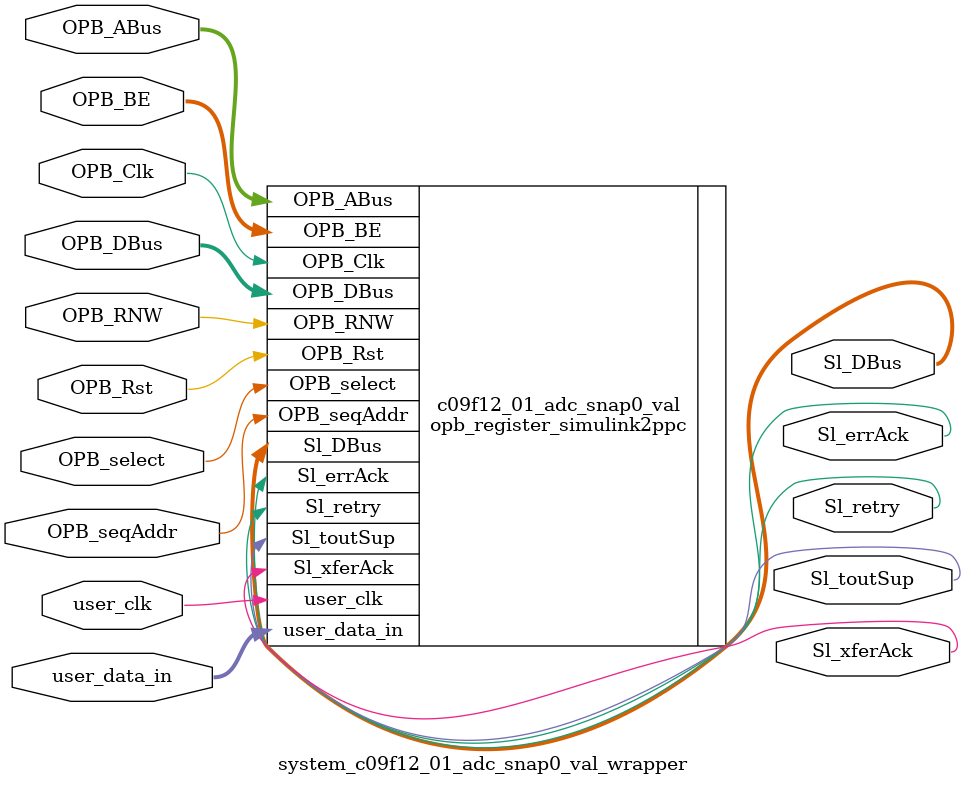
<source format=v>

module system_c09f12_01_adc_snap0_val_wrapper
  (
    OPB_Clk,
    OPB_Rst,
    Sl_DBus,
    Sl_errAck,
    Sl_retry,
    Sl_toutSup,
    Sl_xferAck,
    OPB_ABus,
    OPB_BE,
    OPB_DBus,
    OPB_RNW,
    OPB_select,
    OPB_seqAddr,
    user_data_in,
    user_clk
  );
  input OPB_Clk;
  input OPB_Rst;
  output [0:31] Sl_DBus;
  output Sl_errAck;
  output Sl_retry;
  output Sl_toutSup;
  output Sl_xferAck;
  input [0:31] OPB_ABus;
  input [0:3] OPB_BE;
  input [0:31] OPB_DBus;
  input OPB_RNW;
  input OPB_select;
  input OPB_seqAddr;
  input [31:0] user_data_in;
  input user_clk;

  opb_register_simulink2ppc
    #(
      .C_BASEADDR ( 32'h01002400 ),
      .C_HIGHADDR ( 32'h010024FF ),
      .C_OPB_AWIDTH ( 32 ),
      .C_OPB_DWIDTH ( 32 ),
      .C_FAMILY ( "virtex5" )
    )
    c09f12_01_adc_snap0_val (
      .OPB_Clk ( OPB_Clk ),
      .OPB_Rst ( OPB_Rst ),
      .Sl_DBus ( Sl_DBus ),
      .Sl_errAck ( Sl_errAck ),
      .Sl_retry ( Sl_retry ),
      .Sl_toutSup ( Sl_toutSup ),
      .Sl_xferAck ( Sl_xferAck ),
      .OPB_ABus ( OPB_ABus ),
      .OPB_BE ( OPB_BE ),
      .OPB_DBus ( OPB_DBus ),
      .OPB_RNW ( OPB_RNW ),
      .OPB_select ( OPB_select ),
      .OPB_seqAddr ( OPB_seqAddr ),
      .user_data_in ( user_data_in ),
      .user_clk ( user_clk )
    );

endmodule


</source>
